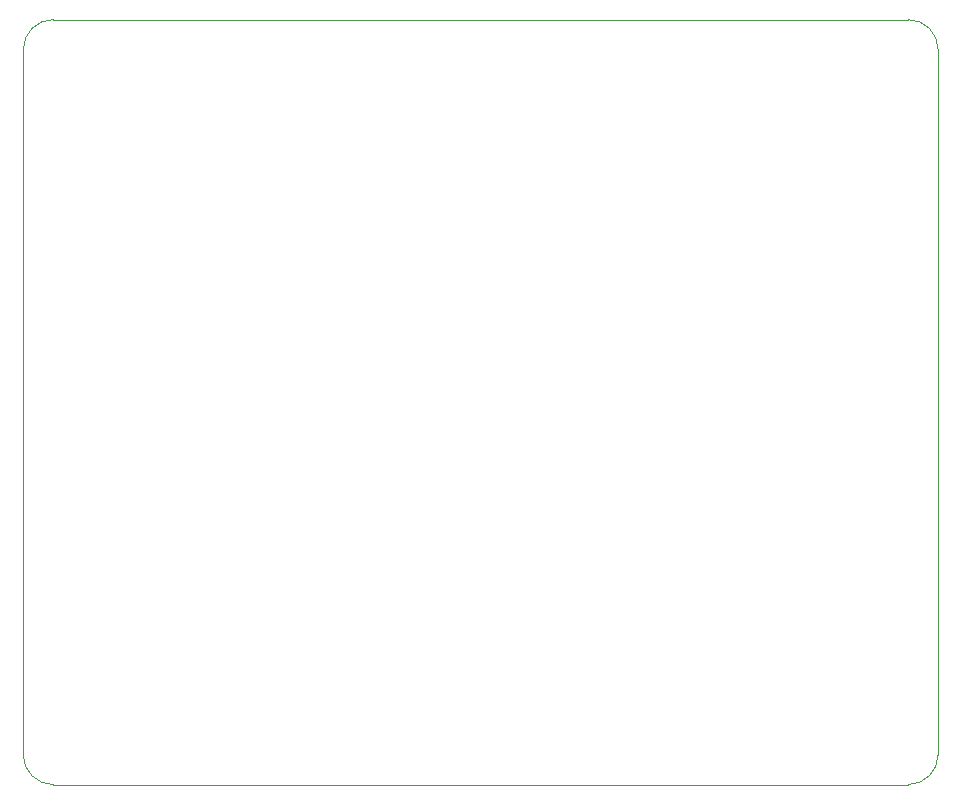
<source format=gbr>
%TF.GenerationSoftware,KiCad,Pcbnew,(5.1.6)-1*%
%TF.CreationDate,2020-11-13T18:32:28-06:00*%
%TF.ProjectId,BPS_Scrutineering,4250535f-5363-4727-9574-696e65657269,rev?*%
%TF.SameCoordinates,Original*%
%TF.FileFunction,Profile,NP*%
%FSLAX46Y46*%
G04 Gerber Fmt 4.6, Leading zero omitted, Abs format (unit mm)*
G04 Created by KiCad (PCBNEW (5.1.6)-1) date 2020-11-13 18:32:28*
%MOMM*%
%LPD*%
G01*
G04 APERTURE LIST*
%TA.AperFunction,Profile*%
%ADD10C,0.050000*%
%TD*%
G04 APERTURE END LIST*
D10*
X82550000Y-114300000D02*
X154940000Y-114300000D01*
X82550000Y-114300000D02*
G75*
G02*
X80010000Y-111760000I0J2540000D01*
G01*
X157480000Y-111760000D02*
G75*
G02*
X154940000Y-114300000I-2540000J0D01*
G01*
X154940000Y-49530000D02*
G75*
G02*
X157480000Y-52070000I0J-2540000D01*
G01*
X80010000Y-52070000D02*
G75*
G02*
X82550000Y-49530000I2540000J0D01*
G01*
X82550000Y-49530000D02*
X154940000Y-49530000D01*
X80010000Y-111760000D02*
X80010000Y-52070000D01*
X157480000Y-52070000D02*
X157480000Y-111760000D01*
M02*

</source>
